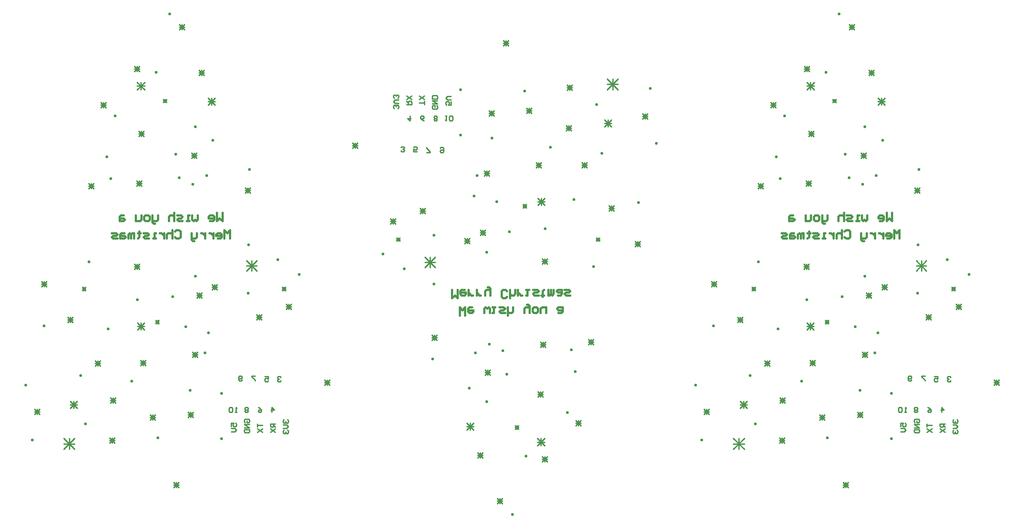
<source format=gbo>
G04*
G04 #@! TF.GenerationSoftware,Altium Limited,Altium Designer,21.2.2 (38)*
G04*
G04 Layer_Color=32896*
%FSLAX44Y44*%
%MOMM*%
G71*
G04*
G04 #@! TF.SameCoordinates,5FF3B01B-9308-42A9-B2BD-2142B56AF961*
G04*
G04*
G04 #@! TF.FilePolarity,Positive*
G04*
G01*
G75*
%ADD10C,0.2540*%
%ADD11C,0.4000*%
D10*
X1759206Y1706930D02*
X1757540Y1705264D01*
Y1701932D01*
X1759206Y1700266D01*
X1760872D01*
X1762538Y1701932D01*
Y1703598D01*
Y1701932D01*
X1764204Y1700266D01*
X1765870D01*
X1767536Y1701932D01*
Y1705264D01*
X1765870Y1706930D01*
X1757540Y1696933D02*
X1764204D01*
X1767536Y1693601D01*
X1764204Y1690269D01*
X1757540D01*
X1759206Y1686936D02*
X1757540Y1685270D01*
Y1681938D01*
X1759206Y1680272D01*
X1760872D01*
X1762538Y1681938D01*
Y1683604D01*
Y1681938D01*
X1764204Y1680272D01*
X1765870D01*
X1767536Y1681938D01*
Y1685270D01*
X1765870Y1686936D01*
X1742536Y1698930D02*
X1732540D01*
Y1693932D01*
X1734206Y1692265D01*
X1737538D01*
X1739204Y1693932D01*
Y1698930D01*
Y1695598D02*
X1742536Y1692265D01*
X1732540Y1688933D02*
X1742536Y1682269D01*
X1732540D02*
X1742536Y1688933D01*
X1707540Y1698930D02*
Y1692265D01*
Y1695598D01*
X1717536D01*
X1707540Y1688933D02*
X1717536Y1682269D01*
X1707540D02*
X1717536Y1688933D01*
X1684206Y1701266D02*
X1682540Y1702932D01*
Y1706264D01*
X1684206Y1707930D01*
X1690870D01*
X1692536Y1706264D01*
Y1702932D01*
X1690870Y1701266D01*
X1687538D01*
Y1704598D01*
X1692536Y1697933D02*
X1682540D01*
X1692536Y1691269D01*
X1682540D01*
Y1687937D02*
X1692536D01*
Y1682938D01*
X1690870Y1681272D01*
X1684206D01*
X1682540Y1682938D01*
Y1687937D01*
X1656540Y1693266D02*
Y1699930D01*
X1661538D01*
X1659872Y1696598D01*
Y1694932D01*
X1661538Y1693266D01*
X1664870D01*
X1666537Y1694932D01*
Y1698264D01*
X1664870Y1699930D01*
X1656540Y1689933D02*
X1663204D01*
X1666537Y1686601D01*
X1663204Y1683269D01*
X1656540D01*
X1677536Y1783676D02*
X1675870Y1782010D01*
X1672538D01*
X1670872Y1783676D01*
Y1790341D01*
X1672538Y1792007D01*
X1675870D01*
X1677536Y1790341D01*
Y1788675D01*
X1675870Y1787008D01*
X1670872D01*
X1667536Y1721010D02*
X1664204D01*
X1665870D01*
Y1731007D01*
X1667536Y1729341D01*
X1659206D02*
X1657540Y1731007D01*
X1654207D01*
X1652541Y1729341D01*
Y1722676D01*
X1654207Y1721010D01*
X1657540D01*
X1659206Y1722676D01*
Y1729341D01*
X1689536D02*
X1687870Y1731007D01*
X1684538D01*
X1682872Y1729341D01*
Y1727675D01*
X1684538Y1726008D01*
X1682872Y1724342D01*
Y1722676D01*
X1684538Y1721010D01*
X1687870D01*
X1689536Y1722676D01*
Y1724342D01*
X1687870Y1726008D01*
X1689536Y1727675D01*
Y1729341D01*
X1687870Y1726008D02*
X1684538D01*
X1703537Y1792007D02*
X1696872D01*
Y1790341D01*
X1703537Y1783676D01*
Y1782010D01*
X1708872Y1731007D02*
X1712204Y1729341D01*
X1715536Y1726008D01*
Y1722676D01*
X1713870Y1721010D01*
X1710538D01*
X1708872Y1722676D01*
Y1724342D01*
X1710538Y1726008D01*
X1715536D01*
X1721872Y1791007D02*
X1728537D01*
Y1786008D01*
X1725204Y1787675D01*
X1723538D01*
X1721872Y1786008D01*
Y1782676D01*
X1723538Y1781010D01*
X1726870D01*
X1728537Y1782676D01*
X1735538Y1721010D02*
Y1731007D01*
X1740536Y1726008D01*
X1733872D01*
X1753537Y1789341D02*
X1751870Y1791007D01*
X1748538D01*
X1746872Y1789341D01*
Y1787675D01*
X1748538Y1786008D01*
X1750204D01*
X1748538D01*
X1746872Y1784342D01*
Y1782676D01*
X1748538Y1781010D01*
X1751870D01*
X1753537Y1782676D01*
X1378702Y2012580D02*
Y2015119D01*
X1381241D01*
Y2012580D01*
X1378702D01*
X1291617Y1888010D02*
Y1890549D01*
X1294156D01*
Y1888010D01*
X1291617D01*
X1256617Y1773010D02*
Y1775549D01*
X1259156D01*
Y1773010D01*
X1256617D01*
X1268607Y1666148D02*
Y1668687D01*
X1271146D01*
Y1666148D01*
X1268607D01*
X1372616Y1698010D02*
Y1700549D01*
X1375156D01*
Y1698010D01*
X1372616D01*
X1512616Y1671010D02*
Y1673549D01*
X1515156D01*
Y1671010D01*
X1512616D01*
X1636617Y1669010D02*
Y1671549D01*
X1639156D01*
Y1669010D01*
X1636617D01*
Y1757010D02*
Y1759549D01*
X1639156D01*
Y1757010D01*
X1636617D01*
X1575616Y1763010D02*
Y1765549D01*
X1578156D01*
Y1763010D01*
X1575616D01*
X1462374Y1780647D02*
Y1783186D01*
X1464914D01*
Y1780647D01*
X1462374D01*
X1362616Y1792010D02*
Y1794549D01*
X1365156D01*
Y1792010D01*
X1362616D01*
X1416617Y1882010D02*
Y1884549D01*
X1419156D01*
Y1882010D01*
X1416617D01*
X1566598Y1886338D02*
Y1888877D01*
X1569137D01*
Y1886338D01*
X1566598D01*
X1610616Y1875010D02*
Y1877549D01*
X1613156D01*
Y1875010D01*
X1610616D01*
X1604617Y1836010D02*
Y1838549D01*
X1607156D01*
Y1836010D01*
X1604617D01*
X1541617Y1945010D02*
Y1947549D01*
X1544156D01*
Y1945010D01*
X1541617D01*
X1472616Y1939010D02*
Y1941549D01*
X1475156D01*
Y1939010D01*
X1472616D01*
X1535616Y2494010D02*
Y2496549D01*
X1538156D01*
Y2494010D01*
X1535616D01*
X1509617Y2381010D02*
Y2383549D01*
X1512156D01*
Y2381010D01*
X1509617D01*
X1429617Y2296010D02*
Y2298549D01*
X1432156D01*
Y2296010D01*
X1429617D01*
X1421272Y2174053D02*
Y2176592D01*
X1423811D01*
Y2174053D01*
X1421272D01*
X1413616Y2217010D02*
Y2219549D01*
X1416156D01*
Y2217010D01*
X1413616D01*
X1585616Y1985010D02*
Y1987549D01*
X1588156D01*
Y1985010D01*
X1585616D01*
X1688029Y1951985D02*
Y1954524D01*
X1690569D01*
Y1951985D01*
X1688029D01*
X1787297Y1988032D02*
Y1990571D01*
X1789836D01*
Y1988032D01*
X1787297D01*
X1745616Y2017010D02*
Y2019549D01*
X1748156D01*
Y2017010D01*
X1745616D01*
X1688616Y2046010D02*
Y2048549D01*
X1691156D01*
Y2046010D01*
X1688616D01*
X1554617Y2176010D02*
Y2178549D01*
X1557156D01*
Y2176010D01*
X1554617D01*
X1547169Y2222059D02*
Y2224599D01*
X1549708D01*
Y2222059D01*
X1547169D01*
X1585616Y2275010D02*
Y2277549D01*
X1588156D01*
Y2275010D01*
X1585616D01*
X1619617Y2249010D02*
Y2251549D01*
X1622156D01*
Y2249010D01*
X1619617D01*
X1580616Y2163010D02*
Y2165549D01*
X1583156D01*
Y2163010D01*
X1580616D01*
X1607616Y2180010D02*
Y2182549D01*
X1610156D01*
Y2180010D01*
X1607616D01*
X1690616Y2192010D02*
Y2194549D01*
X1693156D01*
Y2192010D01*
X1690616D01*
X1403651Y2323399D02*
X1413808Y2313242D01*
X1403651D02*
X1413808Y2323399D01*
X1403651Y2318321D02*
X1413808D01*
X1408729Y2313242D02*
Y2323399D01*
X1469108Y2393599D02*
X1479265Y2383443D01*
X1469108D02*
X1479265Y2393599D01*
X1469108Y2388521D02*
X1479265D01*
X1474187Y2383443D02*
Y2393599D01*
X1556384Y2475184D02*
X1566541Y2465027D01*
X1556384D02*
X1566541Y2475184D01*
X1556384Y2470105D02*
X1566541D01*
X1561463Y2465027D02*
Y2475184D01*
X1594330Y2386010D02*
X1604487Y2375853D01*
X1594330D02*
X1604487Y2386010D01*
X1594330Y2380932D02*
X1604487D01*
X1599409Y2375853D02*
Y2386010D01*
X1472616Y2171167D02*
X1482773Y2161010D01*
X1472616D02*
X1482773Y2171167D01*
X1472616Y2166088D02*
X1482773D01*
X1477695Y2161010D02*
Y2171167D01*
X1379617Y2166167D02*
X1389773Y2156010D01*
X1379617D02*
X1389773Y2166167D01*
X1379617Y2161088D02*
X1389773D01*
X1384695Y2156010D02*
Y2166167D01*
X1288616Y1975167D02*
X1298773Y1965010D01*
X1288616D02*
X1298773Y1975167D01*
X1288616Y1970088D02*
X1298773D01*
X1293695Y1965010D02*
Y1975167D01*
X1331617Y1670336D02*
X1352943Y1649010D01*
X1331617D02*
X1352943Y1670336D01*
X1331617Y1659673D02*
X1352943D01*
X1342280Y1649010D02*
Y1670336D01*
X1422189Y1749750D02*
X1432346Y1739593D01*
X1422189D02*
X1432346Y1749750D01*
X1422189Y1744671D02*
X1432346D01*
X1427267Y1739593D02*
Y1749750D01*
X1480616Y1822167D02*
X1490773Y1812010D01*
X1480616D02*
X1490773Y1822167D01*
X1480616Y1817088D02*
X1490773D01*
X1485695Y1812010D02*
Y1822167D01*
X1509941Y1899823D02*
X1516605Y1893158D01*
X1509941D02*
X1516605Y1899823D01*
X1509941Y1896491D02*
X1516605D01*
X1513273Y1893158D02*
Y1899823D01*
X1619630Y1969129D02*
X1629787Y1958972D01*
X1619630D02*
X1629787Y1969129D01*
X1619630Y1964050D02*
X1629787D01*
X1624709Y1958972D02*
Y1969129D01*
X1705815Y1911150D02*
X1715972Y1900993D01*
X1705815D02*
X1715972Y1911150D01*
X1705815Y1906072D02*
X1715972D01*
X1710893Y1900993D02*
Y1911150D01*
X1763794Y1931521D02*
X1773951Y1921364D01*
X1763794D02*
X1773951Y1931521D01*
X1763794Y1926443D02*
X1773951D01*
X1768872Y1921364D02*
Y1931521D01*
X1837616Y1784167D02*
X1847773Y1774010D01*
X1837616D02*
X1847773Y1784167D01*
X1837616Y1779088D02*
X1847773D01*
X1842695Y1774010D02*
Y1784167D01*
X1572616Y1721167D02*
X1582773Y1711010D01*
X1572616D02*
X1582773Y1721167D01*
X1572616Y1716088D02*
X1582773D01*
X1577695Y1711010D02*
Y1721167D01*
X1544617Y1585167D02*
X1554773Y1575010D01*
X1544617D02*
X1554773Y1585167D01*
X1544617Y1580088D02*
X1554773D01*
X1549695Y1575010D02*
Y1585167D01*
X1420616Y1671167D02*
X1430773Y1661010D01*
X1420616D02*
X1430773Y1671167D01*
X1420616Y1666088D02*
X1430773D01*
X1425695Y1661010D02*
Y1671167D01*
X1474129Y2362574D02*
X1488790Y2347912D01*
X1474129D02*
X1488790Y2362574D01*
X1474129Y2355242D02*
X1488790D01*
X1481460Y2347912D02*
Y2362574D01*
X1612133Y2331444D02*
X1625462Y2318115D01*
X1612133D02*
X1625462Y2331444D01*
X1612133Y2324780D02*
X1625462D01*
X1618798Y2318115D02*
Y2331444D01*
X1524617Y2329675D02*
X1531281Y2323010D01*
X1524617D02*
X1531281Y2329675D01*
X1524617Y2326342D02*
X1531281D01*
X1527949Y2323010D02*
Y2329675D01*
X1477616Y2267167D02*
X1487773Y2257010D01*
X1477616D02*
X1487773Y2267167D01*
X1477616Y2262088D02*
X1487773D01*
X1482695Y2257010D02*
Y2267167D01*
X1274616Y1727167D02*
X1284773Y1717010D01*
X1274616D02*
X1284773Y1727167D01*
X1274616Y1722088D02*
X1284773D01*
X1279695Y1717010D02*
Y1727167D01*
X1344617Y1742339D02*
X1357946Y1729010D01*
X1344617D02*
X1357946Y1742339D01*
X1344617Y1735675D02*
X1357946D01*
X1351281Y1729010D02*
Y1742339D01*
X1339617Y1906167D02*
X1349773Y1896010D01*
X1339617D02*
X1349773Y1906167D01*
X1339617Y1901088D02*
X1349773D01*
X1344695Y1896010D02*
Y1906167D01*
X1367616Y1964675D02*
X1374281Y1958010D01*
X1367616D02*
X1374281Y1964675D01*
X1367616Y1961342D02*
X1374281D01*
X1370949Y1958010D02*
Y1964675D01*
X1468616Y2009167D02*
X1478773Y1999010D01*
X1468616D02*
X1478773Y2009167D01*
X1468616Y2004088D02*
X1478773D01*
X1473695Y1999010D02*
Y2009167D01*
X1499185Y1716051D02*
X1509342Y1705895D01*
X1499185D02*
X1509342Y1716051D01*
X1499185Y1710973D02*
X1509342D01*
X1504263Y1705895D02*
Y1716051D01*
X1392221Y1821644D02*
X1402378Y1811487D01*
X1392221D02*
X1402378Y1821644D01*
X1392221Y1816565D02*
X1402378D01*
X1397299Y1811487D02*
Y1821644D01*
X1474501Y1894754D02*
X1487830Y1881425D01*
X1474501D02*
X1487830Y1894754D01*
X1474501Y1888089D02*
X1487830D01*
X1481165Y1881425D02*
Y1894754D01*
X1581465Y1838100D02*
X1591621Y1827943D01*
X1581465D02*
X1591621Y1838100D01*
X1581465Y1833021D02*
X1591621D01*
X1586543Y1827943D02*
Y1838100D01*
X1589617Y1953167D02*
X1599773Y1943010D01*
X1589617D02*
X1599773Y1953167D01*
X1589617Y1948088D02*
X1599773D01*
X1594695Y1943010D02*
Y1953167D01*
X1755616Y1964675D02*
X1762281Y1958010D01*
X1755616D02*
X1762281Y1964675D01*
X1755616Y1961342D02*
X1762281D01*
X1758949Y1958010D02*
Y1964675D01*
X1686617Y2016004D02*
X1706610Y1996010D01*
X1686617D02*
X1706610Y2016004D01*
X1686617Y2006007D02*
X1706610D01*
X1696613Y1996010D02*
Y2016004D01*
X1683616Y2157167D02*
X1693773Y2147010D01*
X1683616D02*
X1693773Y2157167D01*
X1683616Y2152088D02*
X1693773D01*
X1688695Y2147010D02*
Y2157167D01*
X1579617Y2225167D02*
X1589773Y2215010D01*
X1579617D02*
X1589773Y2225167D01*
X1579617Y2220088D02*
X1589773D01*
X1584695Y2215010D02*
Y2225167D01*
X3059218Y1706930D02*
X3057552Y1705264D01*
Y1701932D01*
X3059218Y1700266D01*
X3060885D01*
X3062551Y1701932D01*
Y1703598D01*
Y1701932D01*
X3064217Y1700266D01*
X3065883D01*
X3067549Y1701932D01*
Y1705264D01*
X3065883Y1706930D01*
X3057552Y1696933D02*
X3064217D01*
X3067549Y1693601D01*
X3064217Y1690269D01*
X3057552D01*
X3059218Y1686936D02*
X3057552Y1685270D01*
Y1681938D01*
X3059218Y1680272D01*
X3060885D01*
X3062551Y1681938D01*
Y1683604D01*
Y1681938D01*
X3064217Y1680272D01*
X3065883D01*
X3067549Y1681938D01*
Y1685270D01*
X3065883Y1686936D01*
X3042549Y1698930D02*
X3032552D01*
Y1693932D01*
X3034218Y1692265D01*
X3037551D01*
X3039217Y1693932D01*
Y1698930D01*
Y1695598D02*
X3042549Y1692265D01*
X3032552Y1688933D02*
X3042549Y1682269D01*
X3032552D02*
X3042549Y1688933D01*
X3007552Y1698930D02*
Y1692265D01*
Y1695598D01*
X3017549D01*
X3007552Y1688933D02*
X3017549Y1682269D01*
X3007552D02*
X3017549Y1688933D01*
X2984218Y1701266D02*
X2982552Y1702932D01*
Y1706264D01*
X2984218Y1707930D01*
X2990883D01*
X2992549Y1706264D01*
Y1702932D01*
X2990883Y1701266D01*
X2987551D01*
Y1704598D01*
X2992549Y1697933D02*
X2982552D01*
X2992549Y1691269D01*
X2982552D01*
Y1687937D02*
X2992549D01*
Y1682938D01*
X2990883Y1681272D01*
X2984218D01*
X2982552Y1682938D01*
Y1687937D01*
X2956552Y1693266D02*
Y1699930D01*
X2961551D01*
X2959885Y1696598D01*
Y1694932D01*
X2961551Y1693266D01*
X2964883D01*
X2966549Y1694932D01*
Y1698264D01*
X2964883Y1699930D01*
X2956552Y1689933D02*
X2963217D01*
X2966549Y1686601D01*
X2963217Y1683269D01*
X2956552D01*
X2977549Y1783676D02*
X2975883Y1782010D01*
X2972551D01*
X2970885Y1783676D01*
Y1790341D01*
X2972551Y1792007D01*
X2975883D01*
X2977549Y1790341D01*
Y1788675D01*
X2975883Y1787008D01*
X2970885D01*
X2967549Y1721010D02*
X2964217D01*
X2965883D01*
Y1731007D01*
X2967549Y1729341D01*
X2959218D02*
X2957552Y1731007D01*
X2954220D01*
X2952554Y1729341D01*
Y1722676D01*
X2954220Y1721010D01*
X2957552D01*
X2959218Y1722676D01*
Y1729341D01*
X2989549D02*
X2987883Y1731007D01*
X2984551D01*
X2982885Y1729341D01*
Y1727675D01*
X2984551Y1726008D01*
X2982885Y1724342D01*
Y1722676D01*
X2984551Y1721010D01*
X2987883D01*
X2989549Y1722676D01*
Y1724342D01*
X2987883Y1726008D01*
X2989549Y1727675D01*
Y1729341D01*
X2987883Y1726008D02*
X2984551D01*
X3003549Y1792007D02*
X2996884D01*
Y1790341D01*
X3003549Y1783676D01*
Y1782010D01*
X3008885Y1731007D02*
X3012217Y1729341D01*
X3015549Y1726008D01*
Y1722676D01*
X3013883Y1721010D01*
X3010551D01*
X3008885Y1722676D01*
Y1724342D01*
X3010551Y1726008D01*
X3015549D01*
X3021884Y1791007D02*
X3028549D01*
Y1786008D01*
X3025217Y1787675D01*
X3023551D01*
X3021884Y1786008D01*
Y1782676D01*
X3023551Y1781010D01*
X3026883D01*
X3028549Y1782676D01*
X3035551Y1721010D02*
Y1731007D01*
X3040549Y1726008D01*
X3033885D01*
X3053549Y1789341D02*
X3051883Y1791007D01*
X3048551D01*
X3046884Y1789341D01*
Y1787675D01*
X3048551Y1786008D01*
X3050217D01*
X3048551D01*
X3046884Y1784342D01*
Y1782676D01*
X3048551Y1781010D01*
X3051883D01*
X3053549Y1782676D01*
X2678715Y2012580D02*
Y2015119D01*
X2681254D01*
Y2012580D01*
X2678715D01*
X2591629Y1888010D02*
Y1890549D01*
X2594168D01*
Y1888010D01*
X2591629D01*
X2556629Y1773010D02*
Y1775549D01*
X2559168D01*
Y1773010D01*
X2556629D01*
X2568620Y1666148D02*
Y1668687D01*
X2571159D01*
Y1666148D01*
X2568620D01*
X2672629Y1698010D02*
Y1700549D01*
X2675168D01*
Y1698010D01*
X2672629D01*
X2812629Y1671010D02*
Y1673549D01*
X2815168D01*
Y1671010D01*
X2812629D01*
X2936629Y1669010D02*
Y1671549D01*
X2939168D01*
Y1669010D01*
X2936629D01*
Y1757010D02*
Y1759549D01*
X2939168D01*
Y1757010D01*
X2936629D01*
X2875629Y1763010D02*
Y1765549D01*
X2878168D01*
Y1763010D01*
X2875629D01*
X2762387Y1780647D02*
Y1783186D01*
X2764926D01*
Y1780647D01*
X2762387D01*
X2662629Y1792010D02*
Y1794549D01*
X2665168D01*
Y1792010D01*
X2662629D01*
X2716629Y1882010D02*
Y1884549D01*
X2719168D01*
Y1882010D01*
X2716629D01*
X2866610Y1886338D02*
Y1888877D01*
X2869149D01*
Y1886338D01*
X2866610D01*
X2910629Y1875010D02*
Y1877549D01*
X2913168D01*
Y1875010D01*
X2910629D01*
X2904629Y1836010D02*
Y1838549D01*
X2907168D01*
Y1836010D01*
X2904629D01*
X2841629Y1945010D02*
Y1947549D01*
X2844168D01*
Y1945010D01*
X2841629D01*
X2772629Y1939010D02*
Y1941549D01*
X2775168D01*
Y1939010D01*
X2772629D01*
X2835629Y2494010D02*
Y2496549D01*
X2838168D01*
Y2494010D01*
X2835629D01*
X2809629Y2381010D02*
Y2383549D01*
X2812168D01*
Y2381010D01*
X2809629D01*
X2729629Y2296010D02*
Y2298549D01*
X2732168D01*
Y2296010D01*
X2729629D01*
X2721285Y2174053D02*
Y2176592D01*
X2723824D01*
Y2174053D01*
X2721285D01*
X2713629Y2217010D02*
Y2219549D01*
X2716168D01*
Y2217010D01*
X2713629D01*
X2885629Y1985010D02*
Y1987549D01*
X2888168D01*
Y1985010D01*
X2885629D01*
X2988042Y1951985D02*
Y1954524D01*
X2990581D01*
Y1951985D01*
X2988042D01*
X3087310Y1988032D02*
Y1990571D01*
X3089849D01*
Y1988032D01*
X3087310D01*
X3045629Y2017010D02*
Y2019549D01*
X3048168D01*
Y2017010D01*
X3045629D01*
X2988629Y2046010D02*
Y2048549D01*
X2991168D01*
Y2046010D01*
X2988629D01*
X2854629Y2176010D02*
Y2178549D01*
X2857168D01*
Y2176010D01*
X2854629D01*
X2847182Y2222059D02*
Y2224599D01*
X2849721D01*
Y2222059D01*
X2847182D01*
X2885629Y2275010D02*
Y2277549D01*
X2888168D01*
Y2275010D01*
X2885629D01*
X2919629Y2249010D02*
Y2251549D01*
X2922168D01*
Y2249010D01*
X2919629D01*
X2880629Y2163010D02*
Y2165549D01*
X2883168D01*
Y2163010D01*
X2880629D01*
X2907629Y2180010D02*
Y2182549D01*
X2910168D01*
Y2180010D01*
X2907629D01*
X2990629Y2192010D02*
Y2194549D01*
X2993168D01*
Y2192010D01*
X2990629D01*
X2703664Y2323399D02*
X2713820Y2313242D01*
X2703664D02*
X2713820Y2323399D01*
X2703664Y2318321D02*
X2713820D01*
X2708742Y2313242D02*
Y2323399D01*
X2769121Y2393599D02*
X2779277Y2383443D01*
X2769121D02*
X2779277Y2393599D01*
X2769121Y2388521D02*
X2779277D01*
X2774199Y2383443D02*
Y2393599D01*
X2856397Y2475184D02*
X2866554Y2465027D01*
X2856397D02*
X2866554Y2475184D01*
X2856397Y2470105D02*
X2866554D01*
X2861475Y2465027D02*
Y2475184D01*
X2894343Y2386010D02*
X2904500Y2375853D01*
X2894343D02*
X2904500Y2386010D01*
X2894343Y2380932D02*
X2904500D01*
X2899421Y2375853D02*
Y2386010D01*
X2772629Y2171167D02*
X2782786Y2161010D01*
X2772629D02*
X2782786Y2171167D01*
X2772629Y2166088D02*
X2782786D01*
X2777708Y2161010D02*
Y2171167D01*
X2679629Y2166167D02*
X2689786Y2156010D01*
X2679629D02*
X2689786Y2166167D01*
X2679629Y2161088D02*
X2689786D01*
X2684707Y2156010D02*
Y2166167D01*
X2588629Y1975167D02*
X2598786Y1965010D01*
X2588629D02*
X2598786Y1975167D01*
X2588629Y1970088D02*
X2598786D01*
X2593707Y1965010D02*
Y1975167D01*
X2631629Y1670336D02*
X2652956Y1649010D01*
X2631629D02*
X2652956Y1670336D01*
X2631629Y1659673D02*
X2652956D01*
X2642292Y1649010D02*
Y1670336D01*
X2722202Y1749750D02*
X2732358Y1739593D01*
X2722202D02*
X2732358Y1749750D01*
X2722202Y1744671D02*
X2732358D01*
X2727280Y1739593D02*
Y1749750D01*
X2780629Y1822167D02*
X2790786Y1812010D01*
X2780629D02*
X2790786Y1822167D01*
X2780629Y1817088D02*
X2790786D01*
X2785707Y1812010D02*
Y1822167D01*
X2809953Y1899823D02*
X2816618Y1893158D01*
X2809953D02*
X2816618Y1899823D01*
X2809953Y1896491D02*
X2816618D01*
X2813286Y1893158D02*
Y1899823D01*
X2919643Y1969129D02*
X2929800Y1958972D01*
X2919643D02*
X2929800Y1969129D01*
X2919643Y1964050D02*
X2929800D01*
X2924721Y1958972D02*
Y1969129D01*
X3005828Y1911150D02*
X3015984Y1900993D01*
X3005828D02*
X3015984Y1911150D01*
X3005828Y1906072D02*
X3015984D01*
X3010906Y1900993D02*
Y1911150D01*
X3063806Y1931521D02*
X3073963Y1921364D01*
X3063806D02*
X3073963Y1931521D01*
X3063806Y1926443D02*
X3073963D01*
X3068885Y1921364D02*
Y1931521D01*
X3137629Y1784167D02*
X3147786Y1774010D01*
X3137629D02*
X3147786Y1784167D01*
X3137629Y1779088D02*
X3147786D01*
X3142708Y1774010D02*
Y1784167D01*
X2872629Y1721167D02*
X2882786Y1711010D01*
X2872629D02*
X2882786Y1721167D01*
X2872629Y1716088D02*
X2882786D01*
X2877708Y1711010D02*
Y1721167D01*
X2844629Y1585167D02*
X2854786Y1575010D01*
X2844629D02*
X2854786Y1585167D01*
X2844629Y1580088D02*
X2854786D01*
X2849707Y1575010D02*
Y1585167D01*
X2720629Y1671167D02*
X2730786Y1661010D01*
X2720629D02*
X2730786Y1671167D01*
X2720629Y1666088D02*
X2730786D01*
X2725707Y1661010D02*
Y1671167D01*
X2774141Y2362574D02*
X2788803Y2347912D01*
X2774141D02*
X2788803Y2362574D01*
X2774141Y2355242D02*
X2788803D01*
X2781472Y2347912D02*
Y2362574D01*
X2912146Y2331444D02*
X2925475Y2318115D01*
X2912146D02*
X2925475Y2331444D01*
X2912146Y2324780D02*
X2925475D01*
X2918810Y2318115D02*
Y2331444D01*
X2824629Y2329675D02*
X2831294Y2323010D01*
X2824629D02*
X2831294Y2329675D01*
X2824629Y2326342D02*
X2831294D01*
X2827961Y2323010D02*
Y2329675D01*
X2777629Y2267167D02*
X2787786Y2257010D01*
X2777629D02*
X2787786Y2267167D01*
X2777629Y2262088D02*
X2787786D01*
X2782708Y2257010D02*
Y2267167D01*
X2574629Y1727167D02*
X2584786Y1717010D01*
X2574629D02*
X2584786Y1727167D01*
X2574629Y1722088D02*
X2584786D01*
X2579707Y1717010D02*
Y1727167D01*
X2644629Y1742339D02*
X2657958Y1729010D01*
X2644629D02*
X2657958Y1742339D01*
X2644629Y1735675D02*
X2657958D01*
X2651294Y1729010D02*
Y1742339D01*
X2639629Y1906167D02*
X2649786Y1896010D01*
X2639629D02*
X2649786Y1906167D01*
X2639629Y1901088D02*
X2649786D01*
X2644707Y1896010D02*
Y1906167D01*
X2667629Y1964675D02*
X2674294Y1958010D01*
X2667629D02*
X2674294Y1964675D01*
X2667629Y1961342D02*
X2674294D01*
X2670961Y1958010D02*
Y1964675D01*
X2768629Y2009167D02*
X2778786Y1999010D01*
X2768629D02*
X2778786Y2009167D01*
X2768629Y2004088D02*
X2778786D01*
X2773707Y1999010D02*
Y2009167D01*
X2799197Y1716051D02*
X2809354Y1705895D01*
X2799197D02*
X2809354Y1716051D01*
X2799197Y1710973D02*
X2809354D01*
X2804276Y1705895D02*
Y1716051D01*
X2692234Y1821644D02*
X2702390Y1811487D01*
X2692234D02*
X2702390Y1821644D01*
X2692234Y1816565D02*
X2702390D01*
X2697312Y1811487D02*
Y1821644D01*
X2774514Y1894754D02*
X2787843Y1881425D01*
X2774514D02*
X2787843Y1894754D01*
X2774514Y1888089D02*
X2787843D01*
X2781178Y1881425D02*
Y1894754D01*
X2881477Y1838100D02*
X2891634Y1827943D01*
X2881477D02*
X2891634Y1838100D01*
X2881477Y1833021D02*
X2891634D01*
X2886555Y1827943D02*
Y1838100D01*
X2889629Y1953167D02*
X2899786Y1943010D01*
X2889629D02*
X2899786Y1953167D01*
X2889629Y1948088D02*
X2899786D01*
X2894707Y1943010D02*
Y1953167D01*
X3055629Y1964675D02*
X3062294Y1958010D01*
X3055629D02*
X3062294Y1964675D01*
X3055629Y1961342D02*
X3062294D01*
X3058961Y1958010D02*
Y1964675D01*
X2986629Y2016004D02*
X3006623Y1996010D01*
X2986629D02*
X3006623Y2016004D01*
X2986629Y2006007D02*
X3006623D01*
X2996626Y1996010D02*
Y2016004D01*
X2983629Y2157167D02*
X2993786Y2147010D01*
X2983629D02*
X2993786Y2157167D01*
X2983629Y2152088D02*
X2993786D01*
X2988707Y2147010D02*
Y2157167D01*
X2879629Y2225167D02*
X2889786Y2215010D01*
X2879629D02*
X2889786Y2225167D01*
X2879629Y2220088D02*
X2889786D01*
X2884707Y2215010D02*
Y2225167D01*
X1980384Y2311510D02*
X1982050Y2313176D01*
Y2316508D01*
X1980384Y2318174D01*
X1978718D01*
X1977052Y2316508D01*
Y2314842D01*
Y2316508D01*
X1975386Y2318174D01*
X1973720D01*
X1972054Y2316508D01*
Y2313176D01*
X1973720Y2311510D01*
X1982050Y2321507D02*
X1975386D01*
X1972054Y2324839D01*
X1975386Y2328171D01*
X1982050D01*
X1980384Y2331504D02*
X1982050Y2333170D01*
Y2336502D01*
X1980384Y2338168D01*
X1978718D01*
X1977052Y2336502D01*
Y2334836D01*
Y2336502D01*
X1975386Y2338168D01*
X1973720D01*
X1972054Y2336502D01*
Y2333170D01*
X1973720Y2331504D01*
X1997054Y2319510D02*
X2007050D01*
Y2324508D01*
X2005384Y2326174D01*
X2002052D01*
X2000386Y2324508D01*
Y2319510D01*
Y2322842D02*
X1997054Y2326174D01*
X2007050Y2329507D02*
X1997054Y2336171D01*
X2007050D02*
X1997054Y2329507D01*
X2032050Y2319510D02*
Y2326174D01*
Y2322842D01*
X2022054D01*
X2032050Y2329507D02*
X2022054Y2336171D01*
X2032050D02*
X2022054Y2329507D01*
X2055384Y2317175D02*
X2057050Y2315508D01*
Y2312176D01*
X2055384Y2310510D01*
X2048720D01*
X2047054Y2312176D01*
Y2315508D01*
X2048720Y2317175D01*
X2052052D01*
Y2313842D01*
X2047054Y2320507D02*
X2057050D01*
X2047054Y2327171D01*
X2057050D01*
Y2330504D02*
X2047054D01*
Y2335502D01*
X2048720Y2337168D01*
X2055384D01*
X2057050Y2335502D01*
Y2330504D01*
X2083050Y2325175D02*
Y2318510D01*
X2078052D01*
X2079718Y2321842D01*
Y2323508D01*
X2078052Y2325175D01*
X2074720D01*
X2073053Y2323508D01*
Y2320176D01*
X2074720Y2318510D01*
X2083050Y2328507D02*
X2076386D01*
X2073053Y2331839D01*
X2076386Y2335171D01*
X2083050D01*
X2062054Y2234764D02*
X2063720Y2236430D01*
X2067052D01*
X2068718Y2234764D01*
Y2228099D01*
X2067052Y2226433D01*
X2063720D01*
X2062054Y2228099D01*
Y2229765D01*
X2063720Y2231432D01*
X2068718D01*
X2072054Y2297430D02*
X2075386D01*
X2073720D01*
Y2287433D01*
X2072054Y2289099D01*
X2080384D02*
X2082050Y2287433D01*
X2085383D01*
X2087049Y2289099D01*
Y2295764D01*
X2085383Y2297430D01*
X2082050D01*
X2080384Y2295764D01*
Y2289099D01*
X2050054D02*
X2051720Y2287433D01*
X2055052D01*
X2056718Y2289099D01*
Y2290766D01*
X2055052Y2292432D01*
X2056718Y2294098D01*
Y2295764D01*
X2055052Y2297430D01*
X2051720D01*
X2050054Y2295764D01*
Y2294098D01*
X2051720Y2292432D01*
X2050054Y2290766D01*
Y2289099D01*
X2051720Y2292432D02*
X2055052D01*
X2036053Y2226433D02*
X2042718D01*
Y2228099D01*
X2036053Y2234764D01*
Y2236430D01*
X2030718Y2287433D02*
X2027386Y2289099D01*
X2024053Y2292432D01*
Y2295764D01*
X2025720Y2297430D01*
X2029052D01*
X2030718Y2295764D01*
Y2294098D01*
X2029052Y2292432D01*
X2024053D01*
X2017718Y2227433D02*
X2011053D01*
Y2232432D01*
X2014386Y2230766D01*
X2016052D01*
X2017718Y2232432D01*
Y2235764D01*
X2016052Y2237430D01*
X2012720D01*
X2011053Y2235764D01*
X2004052Y2297430D02*
Y2287433D01*
X1999053Y2292432D01*
X2005718D01*
X1986053Y2229099D02*
X1987720Y2227433D01*
X1991052D01*
X1992718Y2229099D01*
Y2230766D01*
X1991052Y2232432D01*
X1989386D01*
X1991052D01*
X1992718Y2234098D01*
Y2235764D01*
X1991052Y2237430D01*
X1987720D01*
X1986053Y2235764D01*
X2360888Y2005860D02*
Y2003321D01*
X2358349D01*
Y2005860D01*
X2360888D01*
X2447973Y2130430D02*
Y2127891D01*
X2445434D01*
Y2130430D01*
X2447973D01*
X2482973Y2245430D02*
Y2242891D01*
X2480434D01*
Y2245430D01*
X2482973D01*
X2470983Y2352292D02*
Y2349753D01*
X2468444D01*
Y2352292D01*
X2470983D01*
X2366974Y2320430D02*
Y2317891D01*
X2364434D01*
Y2320430D01*
X2366974D01*
X2226974Y2347430D02*
Y2344891D01*
X2224434D01*
Y2347430D01*
X2226974D01*
X2102973Y2349430D02*
Y2346891D01*
X2100434D01*
Y2349430D01*
X2102973D01*
Y2261430D02*
Y2258891D01*
X2100434D01*
Y2261430D01*
X2102973D01*
X2163974Y2255430D02*
Y2252891D01*
X2161434D01*
Y2255430D01*
X2163974D01*
X2277216Y2237793D02*
Y2235254D01*
X2274676D01*
Y2237793D01*
X2277216D01*
X2376974Y2226430D02*
Y2223891D01*
X2374434D01*
Y2226430D01*
X2376974D01*
X2322973Y2136430D02*
Y2133891D01*
X2320434D01*
Y2136430D01*
X2322973D01*
X2172992Y2132102D02*
Y2129563D01*
X2170453D01*
Y2132102D01*
X2172992D01*
X2128974Y2143430D02*
Y2140891D01*
X2126434D01*
Y2143430D01*
X2128974D01*
X2134973Y2182430D02*
Y2179891D01*
X2132434D01*
Y2182430D01*
X2134973D01*
X2197973Y2073430D02*
Y2070891D01*
X2195434D01*
Y2073430D01*
X2197973D01*
X2266974Y2079430D02*
Y2076891D01*
X2264434D01*
Y2079430D01*
X2266974D01*
X2203974Y1524430D02*
Y1521891D01*
X2201434D01*
Y1524430D01*
X2203974D01*
X2229973Y1637430D02*
Y1634891D01*
X2227434D01*
Y1637430D01*
X2229973D01*
X2309973Y1722430D02*
Y1719891D01*
X2307434D01*
Y1722430D01*
X2309973D01*
X2318318Y1844387D02*
Y1841848D01*
X2315779D01*
Y1844387D01*
X2318318D01*
X2325974Y1801430D02*
Y1798891D01*
X2323434D01*
Y1801430D01*
X2325974D01*
X2153974Y2033430D02*
Y2030891D01*
X2151434D01*
Y2033430D01*
X2153974D01*
X2051561Y2066455D02*
Y2063916D01*
X2049021D01*
Y2066455D01*
X2051561D01*
X1952293Y2030408D02*
Y2027869D01*
X1949754D01*
Y2030408D01*
X1952293D01*
X1993974Y2001430D02*
Y1998891D01*
X1991434D01*
Y2001430D01*
X1993974D01*
X2050974Y1972430D02*
Y1969891D01*
X2048434D01*
Y1972430D01*
X2050974D01*
X2184973Y1842430D02*
Y1839891D01*
X2182434D01*
Y1842430D01*
X2184973D01*
X2192421Y1796381D02*
Y1793842D01*
X2189882D01*
Y1796381D01*
X2192421D01*
X2153974Y1743430D02*
Y1740891D01*
X2151434D01*
Y1743430D01*
X2153974D01*
X2119973Y1769430D02*
Y1766891D01*
X2117434D01*
Y1769430D01*
X2119973D01*
X2158974Y1855430D02*
Y1852891D01*
X2156434D01*
Y1855430D01*
X2158974D01*
X2131974Y1838430D02*
Y1835891D01*
X2129434D01*
Y1838430D01*
X2131974D01*
X2048974Y1826430D02*
Y1823891D01*
X2046434D01*
Y1826430D01*
X2048974D01*
X2335939Y1695041D02*
X2325782Y1705198D01*
X2335939D02*
X2325782Y1695041D01*
X2335939Y1700119D02*
X2325782D01*
X2330861Y1705198D02*
Y1695041D01*
X2270482Y1624841D02*
X2260325Y1634997D01*
X2270482D02*
X2260325Y1624841D01*
X2270482Y1629919D02*
X2260325D01*
X2265403Y1634997D02*
Y1624841D01*
X2183206Y1543257D02*
X2173049Y1553413D01*
X2183206D02*
X2173049Y1543257D01*
X2183206Y1548335D02*
X2173049D01*
X2178127Y1553413D02*
Y1543257D01*
X2145260Y1632430D02*
X2135103Y1642587D01*
X2145260D02*
X2135103Y1632430D01*
X2145260Y1637508D02*
X2135103D01*
X2140181Y1642587D02*
Y1632430D01*
X2266974Y1847273D02*
X2256817Y1857430D01*
X2266974D02*
X2256817Y1847273D01*
X2266974Y1852352D02*
X2256817D01*
X2261895Y1857430D02*
Y1847273D01*
X2359973Y1852273D02*
X2349817Y1862430D01*
X2359973D02*
X2349817Y1852273D01*
X2359973Y1857352D02*
X2349817D01*
X2354895Y1862430D02*
Y1852273D01*
X2450974Y2043273D02*
X2440817Y2053430D01*
X2450974D02*
X2440817Y2043273D01*
X2450974Y2048352D02*
X2440817D01*
X2445895Y2053430D02*
Y2043273D01*
X2407973Y2348104D02*
X2386647Y2369430D01*
X2407973D02*
X2386647Y2348104D01*
X2407973Y2358767D02*
X2386647D01*
X2397310Y2369430D02*
Y2348104D01*
X2317401Y2268690D02*
X2307244Y2278847D01*
X2317401D02*
X2307244Y2268690D01*
X2317401Y2273769D02*
X2307244D01*
X2312323Y2278847D02*
Y2268690D01*
X2258974Y2196273D02*
X2248817Y2206430D01*
X2258974D02*
X2248817Y2196273D01*
X2258974Y2201352D02*
X2248817D01*
X2253895Y2206430D02*
Y2196273D01*
X2229649Y2118617D02*
X2222985Y2125282D01*
X2229649D02*
X2222985Y2118617D01*
X2229649Y2121949D02*
X2222985D01*
X2226317Y2125282D02*
Y2118617D01*
X2119960Y2049311D02*
X2109803Y2059468D01*
X2119960D02*
X2109803Y2049311D01*
X2119960Y2054389D02*
X2109803D01*
X2114881Y2059468D02*
Y2049311D01*
X2033775Y2107290D02*
X2023618Y2117447D01*
X2033775D02*
X2023618Y2107290D01*
X2033775Y2112368D02*
X2023618D01*
X2028697Y2117447D02*
Y2107290D01*
X1975796Y2086919D02*
X1965639Y2097076D01*
X1975796D02*
X1965639Y2086919D01*
X1975796Y2091997D02*
X1965639D01*
X1970718Y2097076D02*
Y2086919D01*
X1901974Y2234273D02*
X1891817Y2244430D01*
X1901974D02*
X1891817Y2234273D01*
X1901974Y2239352D02*
X1891817D01*
X1896895Y2244430D02*
Y2234273D01*
X2166974Y2297273D02*
X2156817Y2307430D01*
X2166974D02*
X2156817Y2297273D01*
X2166974Y2302352D02*
X2156817D01*
X2161895Y2307430D02*
Y2297273D01*
X2194973Y2433273D02*
X2184817Y2443430D01*
X2194973D02*
X2184817Y2433273D01*
X2194973Y2438352D02*
X2184817D01*
X2189895Y2443430D02*
Y2433273D01*
X2318974Y2347273D02*
X2308817Y2357430D01*
X2318974D02*
X2308817Y2347273D01*
X2318974Y2352352D02*
X2308817D01*
X2313895Y2357430D02*
Y2347273D01*
X2265461Y1655867D02*
X2250800Y1670529D01*
X2265461D02*
X2250800Y1655867D01*
X2265461Y1663198D02*
X2250800D01*
X2258130Y1670529D02*
Y1655867D01*
X2127457Y1686996D02*
X2114128Y1700325D01*
X2127457D02*
X2114128Y1686996D01*
X2127457Y1693660D02*
X2114128D01*
X2120792Y1700325D02*
Y1686996D01*
X2214973Y1688766D02*
X2208309Y1695430D01*
X2214973D02*
X2208309Y1688766D01*
X2214973Y1692098D02*
X2208309D01*
X2211641Y1695430D02*
Y1688766D01*
X2261974Y1751273D02*
X2251817Y1761430D01*
X2261974D02*
X2251817Y1751273D01*
X2261974Y1756352D02*
X2251817D01*
X2256895Y1761430D02*
Y1751273D01*
X2464973Y2291273D02*
X2454817Y2301430D01*
X2464973D02*
X2454817Y2291273D01*
X2464973Y2296352D02*
X2454817D01*
X2459895Y2301430D02*
Y2291273D01*
X2394973Y2276101D02*
X2381644Y2289430D01*
X2394973D02*
X2381644Y2276101D01*
X2394973Y2282766D02*
X2381644D01*
X2388309Y2289430D02*
Y2276101D01*
X2399973Y2112273D02*
X2389817Y2122430D01*
X2399973D02*
X2389817Y2112273D01*
X2399973Y2117352D02*
X2389817D01*
X2394895Y2122430D02*
Y2112273D01*
X2371974Y2053766D02*
X2365309Y2060430D01*
X2371974D02*
X2365309Y2053766D01*
X2371974Y2057098D02*
X2365309D01*
X2368641Y2060430D02*
Y2053766D01*
X2270974Y2009273D02*
X2260817Y2019430D01*
X2270974D02*
X2260817Y2009273D01*
X2270974Y2014352D02*
X2260817D01*
X2265895Y2019430D02*
Y2009273D01*
X2240405Y2302389D02*
X2230248Y2312545D01*
X2240405D02*
X2230248Y2302389D01*
X2240405Y2307467D02*
X2230248D01*
X2235327Y2312545D02*
Y2302389D01*
X2347369Y2196796D02*
X2337212Y2206953D01*
X2347369D02*
X2337212Y2196796D01*
X2347369Y2201875D02*
X2337212D01*
X2342290Y2206953D02*
Y2196796D01*
X2265089Y2123686D02*
X2251760Y2137015D01*
X2265089D02*
X2251760Y2123686D01*
X2265089Y2130351D02*
X2251760D01*
X2258425Y2137015D02*
Y2123686D01*
X2158125Y2180341D02*
X2147969Y2190497D01*
X2158125D02*
X2147969Y2180341D01*
X2158125Y2185419D02*
X2147969D01*
X2153047Y2190497D02*
Y2180341D01*
X2149973Y2065273D02*
X2139817Y2075430D01*
X2149973D02*
X2139817Y2065273D01*
X2149973Y2070352D02*
X2139817D01*
X2144895Y2075430D02*
Y2065273D01*
X1983974Y2053766D02*
X1977309Y2060430D01*
X1983974D02*
X1977309Y2053766D01*
X1983974Y2057098D02*
X1977309D01*
X1980641Y2060430D02*
Y2053766D01*
X2052973Y2002437D02*
X2032980Y2022430D01*
X2052973D02*
X2032980Y2002437D01*
X2052973Y2012433D02*
X2032980D01*
X2042977Y2022430D02*
Y2002437D01*
X2055974Y1861273D02*
X2045817Y1871430D01*
X2055974D02*
X2045817Y1861273D01*
X2055974Y1866352D02*
X2045817D01*
X2050895Y1871430D02*
Y1861273D01*
X2159973Y1793273D02*
X2149817Y1803430D01*
X2159973D02*
X2149817Y1793273D01*
X2159973Y1798352D02*
X2149817D01*
X2154895Y1803430D02*
Y1793273D01*
D11*
X1639517Y2109250D02*
Y2093255D01*
X1634186Y2098587D01*
X1628854Y2093255D01*
Y2109250D01*
X1615525Y2093255D02*
X1620857D01*
X1623522Y2095921D01*
Y2101252D01*
X1620857Y2103918D01*
X1615525D01*
X1612859Y2101252D01*
Y2098587D01*
X1623522D01*
X1591533Y2103918D02*
Y2095921D01*
X1588867Y2093255D01*
X1586201Y2095921D01*
X1583535Y2093255D01*
X1580870Y2095921D01*
Y2103918D01*
X1575538Y2093255D02*
X1570206D01*
X1572872D01*
Y2103918D01*
X1575538D01*
X1562209Y2093255D02*
X1554212D01*
X1551546Y2095921D01*
X1554212Y2098587D01*
X1559543D01*
X1562209Y2101252D01*
X1559543Y2103918D01*
X1551546D01*
X1546214Y2109250D02*
Y2093255D01*
Y2101252D01*
X1543548Y2103918D01*
X1538217D01*
X1535551Y2101252D01*
Y2093255D01*
X1514225Y2103918D02*
Y2095921D01*
X1511559Y2093255D01*
X1503561D01*
Y2090589D01*
X1506227Y2087923D01*
X1508893D01*
X1503561Y2093255D02*
Y2103918D01*
X1495564Y2093255D02*
X1490232D01*
X1487567Y2095921D01*
Y2101252D01*
X1490232Y2103918D01*
X1495564D01*
X1498230Y2101252D01*
Y2095921D01*
X1495564Y2093255D01*
X1482235Y2103918D02*
Y2095921D01*
X1479569Y2093255D01*
X1471572D01*
Y2103918D01*
X1447580D02*
X1442248D01*
X1439582Y2101252D01*
Y2093255D01*
X1447580D01*
X1450245Y2095921D01*
X1447580Y2098587D01*
X1439582D01*
X1654179Y2059130D02*
Y2075125D01*
X1648848Y2069793D01*
X1643516Y2075125D01*
Y2059130D01*
X1630187D02*
X1635519D01*
X1638185Y2061795D01*
Y2067127D01*
X1635519Y2069793D01*
X1630187D01*
X1627521Y2067127D01*
Y2064461D01*
X1638185D01*
X1622190Y2069793D02*
Y2059130D01*
Y2064461D01*
X1619524Y2067127D01*
X1616858Y2069793D01*
X1614192D01*
X1606195D02*
Y2059130D01*
Y2064461D01*
X1603529Y2067127D01*
X1600863Y2069793D01*
X1598197D01*
X1590200D02*
Y2061795D01*
X1587534Y2059130D01*
X1579537D01*
Y2056464D01*
X1582203Y2053798D01*
X1584868D01*
X1579537Y2059130D02*
Y2069793D01*
X1547547Y2072459D02*
X1550213Y2075125D01*
X1555545D01*
X1558210Y2072459D01*
Y2061795D01*
X1555545Y2059130D01*
X1550213D01*
X1547547Y2061795D01*
X1542216Y2075125D02*
Y2059130D01*
Y2067127D01*
X1539550Y2069793D01*
X1534218D01*
X1531552Y2067127D01*
Y2059130D01*
X1526221Y2069793D02*
Y2059130D01*
Y2064461D01*
X1523555Y2067127D01*
X1520889Y2069793D01*
X1518223D01*
X1510226Y2059130D02*
X1504894D01*
X1507560D01*
Y2069793D01*
X1510226D01*
X1496897Y2059130D02*
X1488900D01*
X1486234Y2061795D01*
X1488900Y2064461D01*
X1494231D01*
X1496897Y2067127D01*
X1494231Y2069793D01*
X1486234D01*
X1478236Y2072459D02*
Y2069793D01*
X1480902D01*
X1475571D01*
X1478236D01*
Y2061795D01*
X1475571Y2059130D01*
X1467573D02*
Y2069793D01*
X1464907D01*
X1462242Y2067127D01*
Y2059130D01*
Y2067127D01*
X1459576Y2069793D01*
X1456910Y2067127D01*
Y2059130D01*
X1448913Y2069793D02*
X1443581D01*
X1440915Y2067127D01*
Y2059130D01*
X1448913D01*
X1451578Y2061795D01*
X1448913Y2064461D01*
X1440915D01*
X1435583Y2059130D02*
X1427586D01*
X1424920Y2061795D01*
X1427586Y2064461D01*
X1432918D01*
X1435583Y2067127D01*
X1432918Y2069793D01*
X1424920D01*
X2939530Y2109250D02*
Y2093255D01*
X2934198Y2098587D01*
X2928867Y2093255D01*
Y2109250D01*
X2915538Y2093255D02*
X2920869D01*
X2923535Y2095921D01*
Y2101252D01*
X2920869Y2103918D01*
X2915538D01*
X2912872Y2101252D01*
Y2098587D01*
X2923535D01*
X2891545Y2103918D02*
Y2095921D01*
X2888880Y2093255D01*
X2886214Y2095921D01*
X2883548Y2093255D01*
X2880882Y2095921D01*
Y2103918D01*
X2875551Y2093255D02*
X2870219D01*
X2872885D01*
Y2103918D01*
X2875551D01*
X2862222Y2093255D02*
X2854224D01*
X2851559Y2095921D01*
X2854224Y2098587D01*
X2859556D01*
X2862222Y2101252D01*
X2859556Y2103918D01*
X2851559D01*
X2846227Y2109250D02*
Y2093255D01*
Y2101252D01*
X2843561Y2103918D01*
X2838229D01*
X2835564Y2101252D01*
Y2093255D01*
X2814237Y2103918D02*
Y2095921D01*
X2811571Y2093255D01*
X2803574D01*
Y2090589D01*
X2806240Y2087923D01*
X2808906D01*
X2803574Y2093255D02*
Y2103918D01*
X2795576Y2093255D02*
X2790245D01*
X2787579Y2095921D01*
Y2101252D01*
X2790245Y2103918D01*
X2795576D01*
X2798242Y2101252D01*
Y2095921D01*
X2795576Y2093255D01*
X2782248Y2103918D02*
Y2095921D01*
X2779582Y2093255D01*
X2771584D01*
Y2103918D01*
X2747592D02*
X2742261D01*
X2739595Y2101252D01*
Y2093255D01*
X2747592D01*
X2750258Y2095921D01*
X2747592Y2098587D01*
X2739595D01*
X2954192Y2059130D02*
Y2075125D01*
X2948860Y2069793D01*
X2943529Y2075125D01*
Y2059130D01*
X2930200D02*
X2935531D01*
X2938197Y2061795D01*
Y2067127D01*
X2935531Y2069793D01*
X2930200D01*
X2927534Y2067127D01*
Y2064461D01*
X2938197D01*
X2922202Y2069793D02*
Y2059130D01*
Y2064461D01*
X2919536Y2067127D01*
X2916871Y2069793D01*
X2914205D01*
X2906207D02*
Y2059130D01*
Y2064461D01*
X2903542Y2067127D01*
X2900876Y2069793D01*
X2898210D01*
X2890213D02*
Y2061795D01*
X2887547Y2059130D01*
X2879549D01*
Y2056464D01*
X2882215Y2053798D01*
X2884881D01*
X2879549Y2059130D02*
Y2069793D01*
X2847560Y2072459D02*
X2850226Y2075125D01*
X2855557D01*
X2858223Y2072459D01*
Y2061795D01*
X2855557Y2059130D01*
X2850226D01*
X2847560Y2061795D01*
X2842228Y2075125D02*
Y2059130D01*
Y2067127D01*
X2839562Y2069793D01*
X2834231D01*
X2831565Y2067127D01*
Y2059130D01*
X2826233Y2069793D02*
Y2059130D01*
Y2064461D01*
X2823568Y2067127D01*
X2820902Y2069793D01*
X2818236D01*
X2810239Y2059130D02*
X2804907D01*
X2807573D01*
Y2069793D01*
X2810239D01*
X2796909Y2059130D02*
X2788912D01*
X2786246Y2061795D01*
X2788912Y2064461D01*
X2794244D01*
X2796909Y2067127D01*
X2794244Y2069793D01*
X2786246D01*
X2778249Y2072459D02*
Y2069793D01*
X2780915D01*
X2775583D01*
X2778249D01*
Y2061795D01*
X2775583Y2059130D01*
X2767586D02*
Y2069793D01*
X2764920D01*
X2762254Y2067127D01*
Y2059130D01*
Y2067127D01*
X2759588Y2069793D01*
X2756923Y2067127D01*
Y2059130D01*
X2748925Y2069793D02*
X2743593D01*
X2740928Y2067127D01*
Y2059130D01*
X2748925D01*
X2751591Y2061795D01*
X2748925Y2064461D01*
X2740928D01*
X2735596Y2059130D02*
X2727599D01*
X2724933Y2061795D01*
X2727599Y2064461D01*
X2732930D01*
X2735596Y2067127D01*
X2732930Y2069793D01*
X2724933D01*
X2100073Y1909190D02*
Y1925185D01*
X2105404Y1919853D01*
X2110736Y1925185D01*
Y1909190D01*
X2124065Y1925185D02*
X2118733D01*
X2116068Y1922519D01*
Y1917188D01*
X2118733Y1914522D01*
X2124065D01*
X2126731Y1917188D01*
Y1919853D01*
X2116068D01*
X2148057Y1914522D02*
Y1922519D01*
X2150723Y1925185D01*
X2153389Y1922519D01*
X2156055Y1925185D01*
X2158720Y1922519D01*
Y1914522D01*
X2164052Y1925185D02*
X2169384D01*
X2166718D01*
Y1914522D01*
X2164052D01*
X2177381Y1925185D02*
X2185378D01*
X2188044Y1922519D01*
X2185378Y1919853D01*
X2180047D01*
X2177381Y1917188D01*
X2180047Y1914522D01*
X2188044D01*
X2193376Y1909190D02*
Y1925185D01*
Y1917188D01*
X2196042Y1914522D01*
X2201373D01*
X2204039Y1917188D01*
Y1925185D01*
X2225365Y1914522D02*
Y1922519D01*
X2228031Y1925185D01*
X2236029D01*
Y1927851D01*
X2233363Y1930517D01*
X2230697D01*
X2236029Y1925185D02*
Y1914522D01*
X2244026Y1925185D02*
X2249358D01*
X2252023Y1922519D01*
Y1917188D01*
X2249358Y1914522D01*
X2244026D01*
X2241360Y1917188D01*
Y1922519D01*
X2244026Y1925185D01*
X2257355Y1914522D02*
Y1922519D01*
X2260021Y1925185D01*
X2268018D01*
Y1914522D01*
X2292010D02*
X2297342D01*
X2300008Y1917188D01*
Y1925185D01*
X2292010D01*
X2289345Y1922519D01*
X2292010Y1919853D01*
X2300008D01*
X2085411Y1959310D02*
Y1943316D01*
X2090742Y1948647D01*
X2096074Y1943316D01*
Y1959310D01*
X2109403D02*
X2104071D01*
X2101406Y1956645D01*
Y1951313D01*
X2104071Y1948647D01*
X2109403D01*
X2112069Y1951313D01*
Y1953979D01*
X2101406D01*
X2117400Y1948647D02*
Y1959310D01*
Y1953979D01*
X2120066Y1951313D01*
X2122732Y1948647D01*
X2125398D01*
X2133395D02*
Y1959310D01*
Y1953979D01*
X2136061Y1951313D01*
X2138727Y1948647D01*
X2141393D01*
X2149390D02*
Y1956645D01*
X2152056Y1959310D01*
X2160053D01*
Y1961976D01*
X2157387Y1964642D01*
X2154722D01*
X2160053Y1959310D02*
Y1948647D01*
X2192043Y1945981D02*
X2189377Y1943316D01*
X2184045D01*
X2181380Y1945981D01*
Y1956645D01*
X2184045Y1959310D01*
X2189377D01*
X2192043Y1956645D01*
X2197374Y1943316D02*
Y1959310D01*
Y1951313D01*
X2200040Y1948647D01*
X2205372D01*
X2208038Y1951313D01*
Y1959310D01*
X2213369Y1948647D02*
Y1959310D01*
Y1953979D01*
X2216035Y1951313D01*
X2218701Y1948647D01*
X2221367D01*
X2229364Y1959310D02*
X2234696D01*
X2232030D01*
Y1948647D01*
X2229364D01*
X2242693Y1959310D02*
X2250690D01*
X2253356Y1956645D01*
X2250690Y1953979D01*
X2245359D01*
X2242693Y1951313D01*
X2245359Y1948647D01*
X2253356D01*
X2261354Y1945981D02*
Y1948647D01*
X2258688D01*
X2264019D01*
X2261354D01*
Y1956645D01*
X2264019Y1959310D01*
X2272017D02*
Y1948647D01*
X2274683D01*
X2277348Y1951313D01*
Y1959310D01*
Y1951313D01*
X2280014Y1948647D01*
X2282680Y1951313D01*
Y1959310D01*
X2290677Y1948647D02*
X2296009D01*
X2298675Y1951313D01*
Y1959310D01*
X2290677D01*
X2288012Y1956645D01*
X2290677Y1953979D01*
X2298675D01*
X2304007Y1959310D02*
X2312004D01*
X2314670Y1956645D01*
X2312004Y1953979D01*
X2306672D01*
X2304007Y1951313D01*
X2306672Y1948647D01*
X2314670D01*
M02*

</source>
